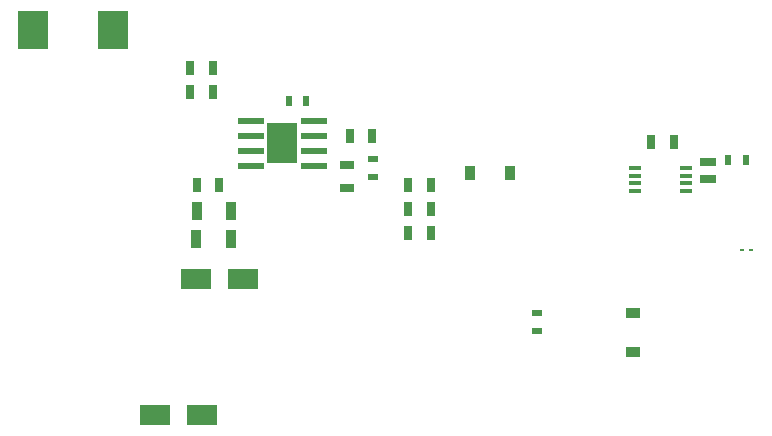
<source format=gbp>
G04 #@! TF.FileFunction,Paste,Bot*
%FSLAX45Y45*%
G04 Gerber Fmt 4.5, Leading zero omitted, Abs format (unit mm)*
G04 Created by KiCad (PCBNEW 4.0.7-e2-6376~58~ubuntu17.04.1) date Thu Feb 22 21:40:24 2018*
%MOMM*%
%LPD*%
G01*
G04 APERTURE LIST*
%ADD10C,0.100000*%
%ADD11R,0.698500X1.297940*%
%ADD12R,0.899160X1.597660*%
%ADD13R,1.297940X0.698500*%
%ADD14R,0.899160X0.599440*%
%ADD15R,0.848360X1.198880*%
%ADD16R,0.599440X0.899160*%
%ADD17R,2.200000X0.600000*%
%ADD18R,2.500000X3.500000*%
%ADD19R,1.400000X0.700000*%
%ADD20R,1.198880X0.848360*%
%ADD21R,1.100000X0.400000*%
%ADD22R,0.360000X0.250000*%
%ADD23R,2.500000X1.800000*%
%ADD24R,2.500000X3.300000*%
G04 APERTURE END LIST*
D10*
D11*
X11137646Y-8832850D03*
X10947654Y-8832850D03*
X9346946Y-8636000D03*
X9156954Y-8636000D03*
D12*
X9441180Y-9093200D03*
X9151620Y-9093200D03*
X9444780Y-8850000D03*
X9155220Y-8850000D03*
D13*
X10430000Y-8465004D03*
X10430000Y-8654996D03*
D14*
X10648950Y-8415020D03*
X10648950Y-8564880D03*
D11*
X9099804Y-7842250D03*
X9289796Y-7842250D03*
X9099804Y-7639050D03*
X9289796Y-7639050D03*
D15*
X11472614Y-8530000D03*
X11807386Y-8530000D03*
D11*
X10947654Y-9036050D03*
X11137646Y-9036050D03*
X11137646Y-8629650D03*
X10947654Y-8629650D03*
D16*
X9932670Y-7918450D03*
X10082530Y-7918450D03*
D11*
X10642346Y-8216900D03*
X10452354Y-8216900D03*
D17*
X10150600Y-8470900D03*
X9610600Y-8470900D03*
X10150600Y-8343900D03*
X9610600Y-8343900D03*
X10150600Y-8216900D03*
X9610600Y-8216900D03*
X10150600Y-8089900D03*
X9610600Y-8089900D03*
D18*
X9880600Y-8280400D03*
D19*
X13487400Y-8584000D03*
X13487400Y-8434000D03*
D20*
X12846050Y-10047986D03*
X12846050Y-9713214D03*
D21*
X13296000Y-8487700D03*
X13296000Y-8552700D03*
X13296000Y-8617700D03*
X13296000Y-8682700D03*
X12866000Y-8682700D03*
X12866000Y-8617700D03*
X12866000Y-8552700D03*
X12866000Y-8487700D03*
D11*
X13005004Y-8270000D03*
X13194996Y-8270000D03*
D16*
X13655070Y-8420000D03*
X13804930Y-8420000D03*
D14*
X12040000Y-9864930D03*
X12040000Y-9715070D03*
D22*
X13768000Y-9180000D03*
X13852000Y-9180000D03*
D23*
X9150000Y-9430000D03*
X9550000Y-9430000D03*
X9200000Y-10580000D03*
X8800000Y-10580000D03*
D24*
X8450000Y-7320000D03*
X7770000Y-7320000D03*
M02*

</source>
